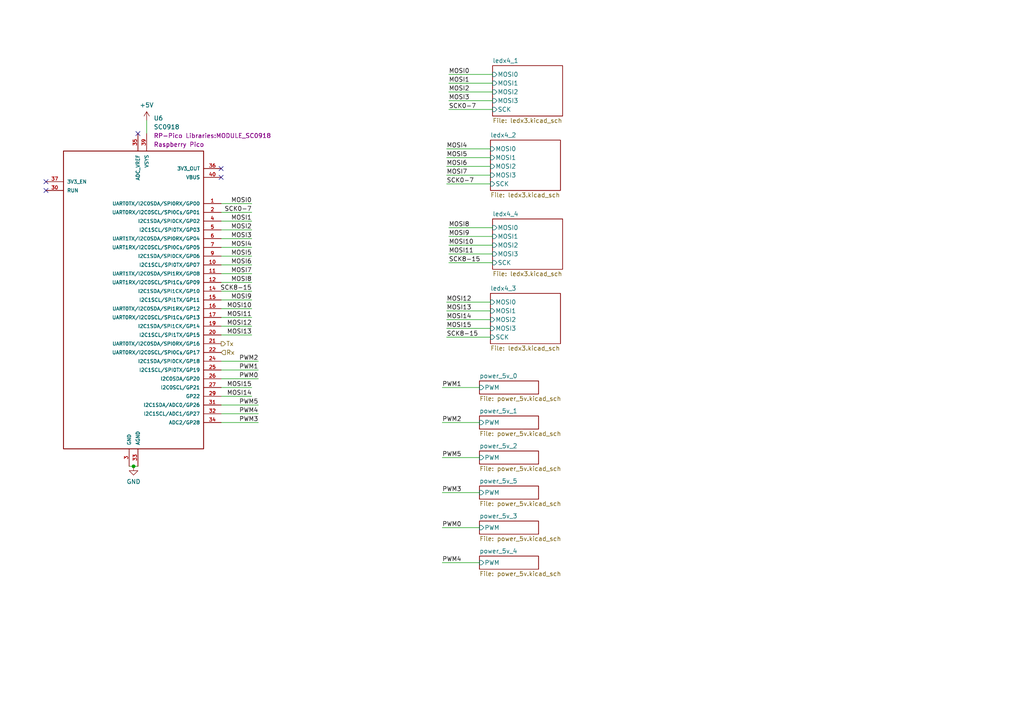
<source format=kicad_sch>
(kicad_sch (version 20230121) (generator eeschema)
  (paper "A4")
  (lib_symbols
    (symbol "MCU_RaspberryPi_and_Boards:SC0918" (pin_names (offset 1.016))
      (property "Reference" "A?" (at 19.05 46.99 0))
      (property "Value" "SC0918" (at 16.51 44.45 0))
      (property "Footprint" "Raspberry Pi:MODULE_SC0918" (at -17.78 44.45 0))
      (property "manufacturer" "Raspberry Pico" (at 0 33.02 0))
      (symbol "SC0918_0_0"
        (rectangle (start -20.32 -43.18) (end 20.32 43.18) (stroke (width 0.254)))
        (pin bidirectional line (at 25.4 27.94 180) (length 5.08) (name "UART0TX/I2C0SDA/SPI0RX/GP00") (number "1"))
        (pin bidirectional line (at 25.4 10.16 180) (length 5.08) (name "I2C1SCL/SPI0TX/GP07") (number "10"))
        (pin bidirectional line (at 25.4 7.62 180) (length 5.08) (name "UART1TX/I2C0SDA/SPI1RX/GP08") (number "11"))
        (pin bidirectional line (at 25.4 5.08 180) (length 5.08) (name "UART1RX/I2C0SCL/SPI1Cs/GP09") (number "12"))
        (pin power_in line (at -1.27 -48.26 90) (length 5.08) hide (name "GND") (number "13"))
        (pin bidirectional line (at 25.4 2.54 180) (length 5.08) (name "I2C1SDA/SPI1CK/GP10") (number "14"))
        (pin bidirectional line (at 25.4 0 180) (length 5.08) (name "I2C1SCL/SPI1TX/GP11") (number "15"))
        (pin bidirectional line (at 25.4 -2.54 180) (length 5.08) (name "UART0TX/I2C0SDA/SPI1RX/GP12") (number "16"))
        (pin bidirectional line (at 25.4 -5.08 180) (length 5.08) (name "UART0RX/I2C0SCL/SPI1Cs/GP13") (number "17"))
        (pin power_in line (at -1.27 -48.26 90) (length 5.08) hide (name "GND") (number "18"))
        (pin bidirectional line (at 25.4 -7.62 180) (length 5.08) (name "I2C1SDA/SPI1CK/GP14") (number "19"))
        (pin bidirectional line (at 25.4 25.4 180) (length 5.08) (name "UART0RX/I2C0SCL/SPI0Cs/GP01") (number "2"))
        (pin bidirectional line (at 25.4 -10.16 180) (length 5.08) (name "I2C1SCL/SPI1TX/GP15") (number "20"))
        (pin bidirectional line (at 25.4 -12.7 180) (length 5.08) (name "UART0TX/I2C0SDA/SPI0RX/GP16") (number "21"))
        (pin bidirectional line (at 25.4 -15.24 180) (length 5.08) (name "UART0RX/I2C0SCL/SPI0Cs/GP17") (number "22"))
        (pin power_in line (at -1.27 -48.26 90) (length 5.08) hide (name "GND") (number "23"))
        (pin bidirectional line (at 25.4 -17.78 180) (length 5.08) (name "I2C1SDA/SPI0CK/GP18") (number "24"))
        (pin bidirectional line (at 25.4 -20.32 180) (length 5.08) (name "I2C1SCL/SPI0TX/GP19") (number "25"))
        (pin bidirectional line (at 25.4 -22.86 180) (length 5.08) (name "I2C0SDA/GP20") (number "26"))
        (pin bidirectional line (at 25.4 -25.4 180) (length 5.08) (name "I2C0SCL/GP21") (number "27"))
        (pin power_in line (at -1.27 -48.26 90) (length 5.08) hide (name "GND") (number "28"))
        (pin bidirectional line (at 25.4 -27.94 180) (length 5.08) (name "GP22") (number "29"))
        (pin power_in line (at -1.27 -48.26 90) (length 5.08) (name "GND") (number "3"))
        (pin input line (at -25.4 31.75 0) (length 5.08) (name "RUN") (number "30"))
        (pin bidirectional line (at 25.4 -30.48 180) (length 5.08) (name "I2C1SDA/ADC0/GP26") (number "31"))
        (pin bidirectional line (at 25.4 -33.02 180) (length 5.08) (name "I2C1SCL/ADC1/GP27") (number "32"))
        (pin power_in line (at 1.27 -48.26 90) (length 5.08) (name "AGND") (number "33"))
        (pin bidirectional line (at 25.4 -35.56 180) (length 5.08) (name "ADC2/GP28") (number "34"))
        (pin power_out line (at 25.4 38.1 180) (length 5.08) (name "3V3_OUT") (number "36"))
        (pin input line (at -25.4 34.29 0) (length 5.08) (name "3V3_EN") (number "37"))
        (pin power_in line (at -1.27 -48.26 90) (length 5.08) hide (name "GND") (number "38"))
        (pin power_in line (at 3.81 48.26 270) (length 5.08) (name "VSYS") (number "39"))
        (pin bidirectional line (at 25.4 22.86 180) (length 5.08) (name "I2C1SDA/SPI0CK/GP02") (number "4"))
        (pin power_out line (at 25.4 35.56 180) (length 5.08) (name "VBUS") (number "40"))
        (pin bidirectional line (at 25.4 20.32 180) (length 5.08) (name "I2C1SCL/SPI0TX/GP03") (number "5"))
        (pin bidirectional line (at 25.4 17.78 180) (length 5.08) (name "UART1TX/I2C0SDA/SPI0RX/GP04") (number "6"))
        (pin bidirectional line (at 25.4 15.24 180) (length 5.08) (name "UART1RX/I2C0SCL/SPI0Cs/GP05") (number "7"))
        (pin power_in line (at -1.27 -48.26 90) (length 5.08) hide (name "GND") (number "8"))
        (pin bidirectional line (at 25.4 12.7 180) (length 5.08) (name "I2C1SDA/SPI0CK/GP06") (number "9"))
      )
      (symbol "SC0918_1_0"
        (pin passive line (at 1.27 48.26 270) (length 5.08) (name "ADC_VREF") (number "35"))
      )
      (symbol "SC0918_1_1"
        (pin free line (at -1.27 -48.26 90) (length 5.08) hide (name "GND") (number "M1"))
        (pin free line (at -1.27 -48.26 90) (length 5.08) hide (name "GND") (number "M2"))
        (pin free line (at -1.27 -48.26 90) (length 5.08) hide (name "GND") (number "M3"))
        (pin free line (at -1.27 -48.26 90) (length 5.08) hide (name "GND") (number "M4"))
      )
    )
    (symbol "power:+5V" (power) (pin_names (offset 0))
      (property "Value" "+5V" (at 0 3.556 0))
      (symbol "+5V_0_1"
        (polyline (pts (xy -0.762 1.27) (xy 0 2.54)))
        (polyline (pts (xy 0 0) (xy 0 2.54)))
        (polyline (pts (xy 0 2.54) (xy 0.762 1.27)))
      )
      (symbol "+5V_1_1"
        (pin power_in line (at 0 0 90) (length 0) hide (name "+5V") (number "1"))
      )
    )
    (symbol "power:GND" (power) (pin_names (offset 0))
      (property "Value" "GND" (at 0 -3.81 0))
      (symbol "GND_0_1"
        (polyline (pts (xy 0 0) (xy 0 -1.27) (xy 1.27 -1.27) (xy 0 -2.54) (xy -1.27 -1.27) (xy 0 -1.27)))
      )
      (symbol "GND_1_1"
        (pin power_in line (at 0 0 270) (length 0) hide (name "GND") (number "1"))
      )
    )
  )
  (junction (at 38.735 135.255))
  (no_connect (at 40.005 38.735))
  (no_connect (at 64.135 48.895))
  (no_connect (at 13.335 55.245))
  (no_connect (at 13.335 52.705))
  (no_connect (at 64.135 51.435))
  (wire (pts (xy 130.175 68.58) (xy 142.875 68.58)))
  (wire (pts (xy 42.545 34.925) (xy 42.545 38.735)))
  (wire (pts (xy 64.135 66.675) (xy 73.025 66.675)))
  (wire (pts (xy 139.065 142.875) (xy 128.27 142.875)))
  (wire (pts (xy 64.135 81.915) (xy 73.025 81.915)))
  (wire (pts (xy 139.065 153.035) (xy 128.27 153.035)))
  (wire (pts (xy 64.135 112.395) (xy 73.025 112.395)))
  (wire (pts (xy 64.135 79.375) (xy 73.025 79.375)))
  (wire (pts (xy 129.54 45.72) (xy 142.24 45.72)))
  (wire (pts (xy 64.135 97.155) (xy 73.025 97.155)))
  (wire (pts (xy 130.175 24.13) (xy 142.875 24.13)))
  (wire (pts (xy 129.54 97.79) (xy 142.24 97.79)))
  (wire (pts (xy 38.735 135.255) (xy 40.005 135.255)))
  (wire (pts (xy 64.135 109.855) (xy 74.93 109.855)))
  (wire (pts (xy 64.135 74.295) (xy 73.025 74.295)))
  (wire (pts (xy 129.54 53.34) (xy 142.24 53.34)))
  (wire (pts (xy 129.54 50.8) (xy 142.24 50.8)))
  (wire (pts (xy 130.175 73.66) (xy 142.875 73.66)))
  (wire (pts (xy 130.175 71.12) (xy 142.875 71.12)))
  (wire (pts (xy 64.135 86.995) (xy 73.025 86.995)))
  (wire (pts (xy 64.135 89.535) (xy 73.025 89.535)))
  (wire (pts (xy 64.135 94.615) (xy 73.025 94.615)))
  (wire (pts (xy 130.175 26.67) (xy 142.875 26.67)))
  (wire (pts (xy 130.175 31.75) (xy 142.875 31.75)))
  (wire (pts (xy 64.135 69.215) (xy 73.025 69.215)))
  (wire (pts (xy 64.135 92.075) (xy 73.025 92.075)))
  (wire (pts (xy 64.135 84.455) (xy 73.025 84.455)))
  (wire (pts (xy 64.135 120.015) (xy 74.93 120.015)))
  (wire (pts (xy 130.175 21.59) (xy 142.875 21.59)))
  (wire (pts (xy 130.175 66.04) (xy 142.875 66.04)))
  (wire (pts (xy 37.465 135.255) (xy 38.735 135.255)))
  (wire (pts (xy 129.54 90.17) (xy 142.24 90.17)))
  (wire (pts (xy 129.54 43.18) (xy 142.24 43.18)))
  (wire (pts (xy 64.135 71.755) (xy 73.025 71.755)))
  (wire (pts (xy 73.025 61.595) (xy 64.135 61.595)))
  (wire (pts (xy 64.135 64.135) (xy 73.025 64.135)))
  (wire (pts (xy 139.065 163.195) (xy 128.27 163.195)))
  (wire (pts (xy 139.065 112.395) (xy 128.27 112.395)))
  (wire (pts (xy 129.54 92.71) (xy 142.24 92.71)))
  (wire (pts (xy 130.175 29.21) (xy 142.875 29.21)))
  (wire (pts (xy 139.065 122.555) (xy 128.27 122.555)))
  (wire (pts (xy 129.54 48.26) (xy 142.24 48.26)))
  (wire (pts (xy 64.135 59.055) (xy 73.025 59.055)))
  (wire (pts (xy 64.135 104.775) (xy 74.93 104.775)))
  (wire (pts (xy 64.135 107.315) (xy 74.93 107.315)))
  (wire (pts (xy 64.135 117.475) (xy 74.93 117.475)))
  (wire (pts (xy 139.065 132.715) (xy 128.27 132.715)))
  (wire (pts (xy 64.135 122.555) (xy 74.93 122.555)))
  (wire (pts (xy 64.135 114.935) (xy 73.025 114.935)))
  (wire (pts (xy 130.175 76.2) (xy 142.875 76.2)))
  (wire (pts (xy 64.135 76.835) (xy 73.025 76.835)))
  (wire (pts (xy 129.54 95.25) (xy 142.24 95.25)))
  (wire (pts (xy 129.54 87.63) (xy 142.24 87.63)))
  (label "MOSI8" (at 73.025 81.915 180))
  (label "PWM2" (at 74.93 104.775 180))
  (label "MOSI4" (at 73.025 71.755 180))
  (label "PWM3" (at 74.93 122.555 180))
  (label "PWM5" (at 74.93 117.475 180))
  (label "SCK8-15" (at 73.025 84.455 180))
  (label "MOSI6" (at 129.54 48.26 0))
  (label "PWM0" (at 74.93 109.855 180))
  (label "MOSI7" (at 73.025 79.375 180))
  (label "SCK0-7" (at 129.54 53.34 0))
  (label "MOSI1" (at 130.175 24.13 0))
  (label "SCK0-7" (at 73.025 61.595 180))
  (label "SCK8-15" (at 130.175 76.2 0))
  (label "MOSI11" (at 73.025 92.075 180))
  (label "MOSI12" (at 129.54 87.63 0))
  (label "MOSI11" (at 130.175 73.66 0))
  (label "MOSI8" (at 130.175 66.04 0))
  (label "MOSI5" (at 73.025 74.295 180))
  (label "MOSI7" (at 129.54 50.8 0))
  (label "MOSI2" (at 73.025 66.675 180))
  (label "MOSI10" (at 130.175 71.12 0))
  (label "MOSI9" (at 73.025 86.995 180))
  (label "PWM4" (at 74.93 120.015 180))
  (label "MOSI2" (at 130.175 26.67 0))
  (label "MOSI0" (at 73.025 59.055 180))
  (label "MOSI3" (at 73.025 69.215 180))
  (label "MOSI13" (at 73.025 97.155 180))
  (label "PWM0" (at 128.27 153.035 0))
  (label "PWM1" (at 74.93 107.315 180))
  (label "MOSI10" (at 73.025 89.535 180))
  (label "MOSI15" (at 73.025 112.395 180))
  (label "SCK8-15" (at 129.54 97.79 0))
  (label "MOSI3" (at 130.175 29.21 0))
  (label "MOSI5" (at 129.54 45.72 0))
  (label "MOSI9" (at 130.175 68.58 0))
  (label "MOSI14" (at 129.54 92.71 0))
  (label "PWM3" (at 128.27 142.875 0))
  (label "MOSI15" (at 129.54 95.25 0))
  (label "PWM5" (at 128.27 132.715 0))
  (label "SCK0-7" (at 130.175 31.75 0))
  (label "MOSI13" (at 129.54 90.17 0))
  (label "MOSI4" (at 129.54 43.18 0))
  (label "MOSI6" (at 73.025 76.835 180))
  (label "MOSI12" (at 73.025 94.615 180))
  (label "PWM2" (at 128.27 122.555 0))
  (label "PWM4" (at 128.27 163.195 0))
  (label "PWM1" (at 128.27 112.395 0))
  (label "MOSI1" (at 73.025 64.135 180))
  (label "MOSI0" (at 130.175 21.59 0))
  (label "MOSI14" (at 73.025 114.935 180))
  (hierarchical_label "Tx" (shape output) (at 64.135 99.695 0))
  (hierarchical_label "Rx" (shape input) (at 64.135 102.235 0))
  (symbol (lib_id "power:+5V") (at 42.545 34.925 0) (unit 1)
    (property "Reference" "#PWR077" (effects hide))
    (property "Value" "+5V" (at 42.545 30.48 0))
  )
  (symbol (lib_id "power:GND") (at 38.735 135.255 0) (unit 1)
    (property "Reference" "#PWR076" (effects hide))
    (property "Value" "GND" (at 38.735 139.7 0))
  )
  (symbol (lib_id "MCU_RaspberryPi_and_Boards:SC0918") (at 38.735 86.995 0) (unit 1)
    (property "Reference" "U6" (at 44.5644 34.29 0) (effects (justify left)))
    (property "Value" "SC0918" (at 44.5644 36.83 0) (effects (justify left)))
    (property "Footprint" "RP-Pico Libraries:MODULE_SC0918" (at 44.5644 39.37 0) (effects (justify left)))
    (property "Datasheet" "https://datasheets.raspberrypi.com/picow/pico-w-datasheet.pdf" (effects hide))
    (property "manufacturer" "Raspberry Pico" (at 44.5644 41.91 0) (effects (justify left)))
    (property "P/N" "SC0918" (effects hide))
    (property "PARTREV" "1.6" (effects hide))
    (property "MAXIMUM_PACKAGE_HEIGHT" "3.73mm" (effects hide))
  )
  (sheet (at 142.24 40.64) (size 20.32 14.605) (stroke (width 0.1524))
    (property "Sheetname" "ledx4_2" (at 142.24 39.9284 0) (effects (justify left bottom)))
    (property "Sheetfile" "ledx3.kicad_sch" (at 142.24 55.8296 0) (effects (justify left top)))
    (pin "MOSI1" input (at 142.24 45.72 180))
    (pin "MOSI0" input (at 142.24 43.18 180))
    (pin "MOSI2" input (at 142.24 48.26 180))
    (pin "MOSI3" input (at 142.24 50.8 180))
    (pin "SCK" input (at 142.24 53.34 180))
  )
  (sheet (at 139.065 140.97) (size 17.145 3.81) (stroke (width 0.1524))
    (property "Sheetname" "power_5v_5" (at 139.065 140.2584 0) (effects (justify left bottom)))
    (property "Sheetfile" "power_5v.kicad_sch" (at 139.065 145.3646 0) (effects (justify left top)))
    (pin "PWM" input (at 139.065 142.875 180))
  )
  (sheet (at 139.065 120.65) (size 17.145 3.81) (stroke (width 0.1524))
    (property "Sheetname" "power_5v_1" (at 139.065 119.9384 0) (effects (justify left bottom)))
    (property "Sheetfile" "power_5v.kicad_sch" (at 139.065 125.0446 0) (effects (justify left top)))
    (pin "PWM" input (at 139.065 122.555 180))
  )
  (sheet (at 142.875 63.5) (size 20.32 14.605) (stroke (width 0.1524))
    (property "Sheetname" "ledx4_4" (at 142.875 62.7884 0) (effects (justify left bottom)))
    (property "Sheetfile" "ledx3.kicad_sch" (at 142.875 78.6896 0) (effects (justify left top)))
    (pin "MOSI1" input (at 142.875 68.58 180))
    (pin "MOSI0" input (at 142.875 66.04 180))
    (pin "MOSI2" input (at 142.875 71.12 180))
    (pin "MOSI3" input (at 142.875 73.66 180))
    (pin "SCK" input (at 142.875 76.2 180))
  )
  (sheet (at 142.875 19.05) (size 20.32 14.605) (stroke (width 0.1524))
    (property "Sheetname" "ledx4_1" (at 142.875 18.3384 0) (effects (justify left bottom)))
    (property "Sheetfile" "ledx3.kicad_sch" (at 142.875 34.2396 0) (effects (justify left top)))
    (pin "MOSI1" input (at 142.875 24.13 180))
    (pin "MOSI0" input (at 142.875 21.59 180))
    (pin "MOSI2" input (at 142.875 26.67 180))
    (pin "MOSI3" input (at 142.875 29.21 180))
    (pin "SCK" input (at 142.875 31.75 180))
  )
  (sheet (at 139.065 130.81) (size 17.145 3.81) (stroke (width 0.1524))
    (property "Sheetname" "power_5v_2" (at 139.065 130.0984 0) (effects (justify left bottom)))
    (property "Sheetfile" "power_5v.kicad_sch" (at 139.065 135.2046 0) (effects (justify left top)))
    (pin "PWM" input (at 139.065 132.715 180))
  )
  (sheet (at 142.24 85.09) (size 20.32 14.605) (stroke (width 0.1524))
    (property "Sheetname" "ledx4_3" (at 142.24 84.3784 0) (effects (justify left bottom)))
    (property "Sheetfile" "ledx3.kicad_sch" (at 142.24 100.2796 0) (effects (justify left top)))
    (pin "MOSI1" input (at 142.24 90.17 180))
    (pin "MOSI0" input (at 142.24 87.63 180))
    (pin "MOSI2" input (at 142.24 92.71 180))
    (pin "MOSI3" input (at 142.24 95.25 180))
    (pin "SCK" input (at 142.24 97.79 180))
  )
  (sheet (at 139.065 151.13) (size 17.145 3.81) (stroke (width 0.1524))
    (property "Sheetname" "power_5v_3" (at 139.065 150.4184 0) (effects (justify left bottom)))
    (property "Sheetfile" "power_5v.kicad_sch" (at 139.065 155.5246 0) (effects (justify left top)))
    (pin "PWM" input (at 139.065 153.035 180))
  )
  (sheet (at 139.065 110.49) (size 17.145 3.81) (stroke (width 0.1524))
    (property "Sheetname" "power_5v_0" (at 139.065 109.7784 0) (effects (justify left bottom)))
    (property "Sheetfile" "power_5v.kicad_sch" (at 139.065 114.8846 0) (effects (justify left top)))
    (pin "PWM" input (at 139.065 112.395 180))
  )
  (sheet (at 139.065 161.29) (size 17.145 3.81) (stroke (width 0.1524))
    (property "Sheetname" "power_5v_4" (at 139.065 160.5784 0) (effects (justify left bottom)))
    (property "Sheetfile" "power_5v.kicad_sch" (at 139.065 165.6846 0) (effects (justify left top)))
    (pin "PWM" input (at 139.065 163.195 180))
  )
)
</source>
